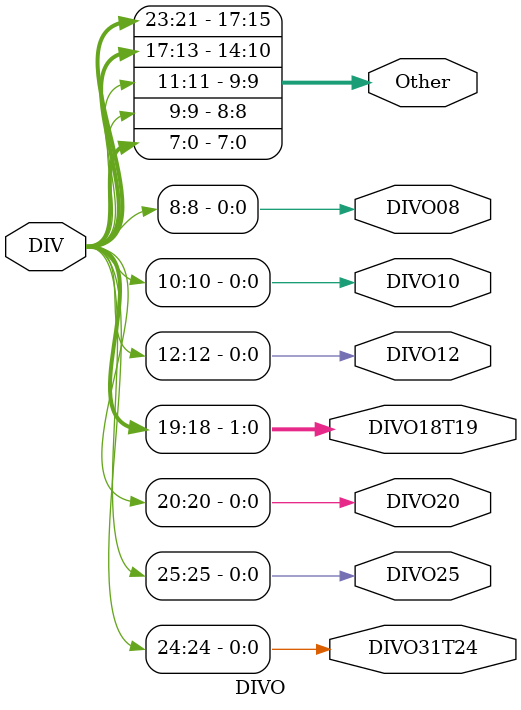
<source format=v>
`timescale 1ns / 1ps
module    DIVO(input[31:0] DIV,
                output DIVO31T24,
                output DIVO25,
                output DIVO20,
                output[1:0]DIVO18T19,
                output DIVO12,
                output DIVO10,
                output DIVO08,
                output[17:0] Other
                );
                             
    assign DIVO31T24 = DIV[31:24];
    assign DIVO25 = DIV[25];
    assign DIVO20 = DIV[20];
    assign DIVO18T19 = DIV[19:18];
    assign DIVO12 = DIV[12];
    assign DIVO10 = DIV[10];
    assign DIVO08 = DIV[8];
    assign Other = {DIV[23:21],DIV[17:13],DIV[11],DIV[9],DIV[7:0]};               

endmodule

</source>
